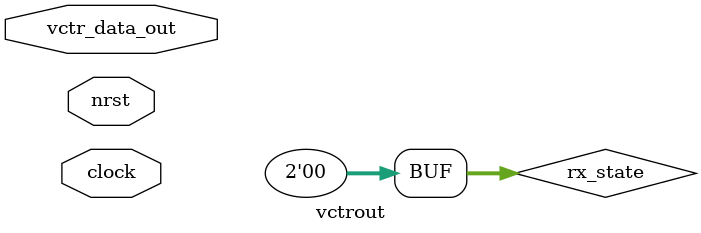
<source format=v>
module vctrout(
	input			clock,
	input			nrst,
	input	[7:0]	vctr_data_out
	);
	
	reg	[7:0]	vctrout_ch0	= 0;
	reg	[7:0]	vctrout_ch1	= 0;
	reg	[7:0]	vctrout_ch2	= 0;
	reg	[1:0] 	rx_state	= 0;
	reg	[12:0]	clock_counter = 0; 
	reg			bit_clock = 0;
	reg	[5:0]	clocker = 0;
	
	
	localparam clock_div = 625;
	
	always@(posedge clock)
		if(!nrst) begin
			clock_counter <= 0;
			end
		else if (clock_counter == clock_div) begin
			clock_counter <= 0;
			end
		else begin
			clock_counter <= clock_counter + 1;
			end
			
	always@(posedge clock)
		if(!nrst)
			bit_clock <= 0;
		else if (clock_counter == clock_div)
			bit_clock <= ~bit_clock;
		else
			bit_clock <= bit_clock;
			
	always@(posedge bit_clock)
		if(vctr_data_out == 8'h00)
			clocker <= 0;
		else if(vctr_data_out == 8'h01)
			clocker <= 20;
		else if(vctr_data_out == 8'h02)
			clocker <= 40;
		else
			if(clocker !=19 || clocker !=39 || clocker !=59)
				clocker <= clocker + 1;
			else
				clocker <= clocker;
				
	always@(posedge bit_clock)
		if(clocker <= 19)
			vctrout_ch0 <= vctr_data_out;
		else if(clocker <= 39)
			vctrout_ch1 <= vctr_data_out;
		else if(clocker <= 59)
			vctrout_ch2 <= vctr_data_out;
		else	
			begin
				vctrout_ch0 <= 0;
				vctrout_ch1 <= 0;
				vctrout_ch2 <= 0;
			end
		
endmodule
</source>
